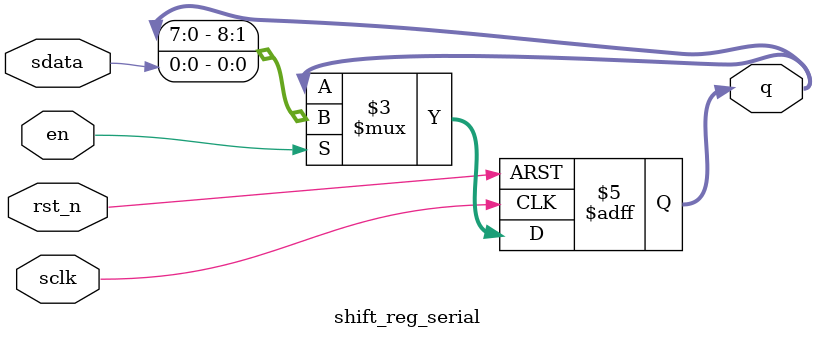
<source format=v>
module shift_reg_serial (
    input  wire sclk,     // Serial clock
    input  wire rst_n,    // Active-low reset
    input  wire en,       // Enable shifting
    input  wire sdata,    // Serial data in (MSB first)
    output reg  [8:0] q   // Parallel output
);

    always @(posedge sclk or negedge rst_n) begin
        if (!rst_n)
            q <= 9'd0;
        else if (en)
            q <= {q[7:0], sdata}; // Shift left, insert LSB
    end

endmodule

//======================================================================
// Serial-to-Parallel 9-bit Shift Register
//======================================================================


</source>
